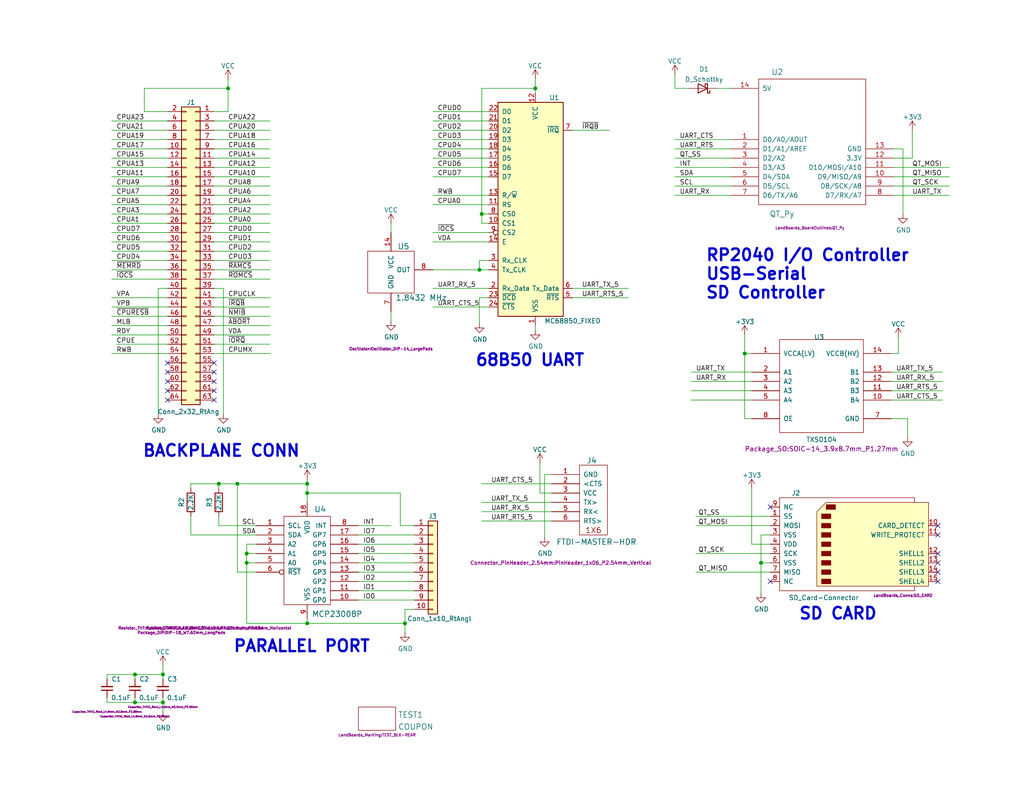
<source format=kicad_sch>
(kicad_sch (version 20231120) (generator "eeschema") (generator_version "8.0")
  (paper "A")
  (title_block (title "LB-68B50-01") (date "2024-08-19") (rev "2") (company "Land Boards LLC"))
  (lib_symbols
    (symbol "Connector_Generic:Conn_01x10" (pin_names (offset 1.016) hide)
      (property "Reference" "J" (at 0 12.7 0))
      (property "Value" "Conn_01x10" (at 0 -15.24 0))
      (symbol "Conn_01x10_1_1"
        (rectangle (start -1.27 -12.573) (end 0 -12.827) (stroke (width 0.1524)))
        (rectangle (start -1.27 -10.033) (end 0 -10.287) (stroke (width 0.1524)))
        (rectangle (start -1.27 -7.493) (end 0 -7.747) (stroke (width 0.1524)))
        (rectangle (start -1.27 -4.953) (end 0 -5.207) (stroke (width 0.1524)))
        (rectangle (start -1.27 -2.413) (end 0 -2.667) (stroke (width 0.1524)))
        (rectangle (start -1.27 0.127) (end 0 -0.127) (stroke (width 0.1524)))
        (rectangle (start -1.27 2.667) (end 0 2.413) (stroke (width 0.1524)))
        (rectangle (start -1.27 5.207) (end 0 4.953) (stroke (width 0.1524)))
        (rectangle (start -1.27 7.747) (end 0 7.493) (stroke (width 0.1524)))
        (rectangle (start -1.27 10.287) (end 0 10.033) (stroke (width 0.1524)))
        (rectangle (start -1.27 11.43) (end 1.27 -13.97) (stroke (width 0.254)) (fill (type background)))
        (pin passive line (at -5.08 10.16 0) (length 3.81) (name "Pin_1") (number "1"))
        (pin passive line (at -5.08 -12.7 0) (length 3.81) (name "Pin_10") (number "10"))
        (pin passive line (at -5.08 7.62 0) (length 3.81) (name "Pin_2") (number "2"))
        (pin passive line (at -5.08 5.08 0) (length 3.81) (name "Pin_3") (number "3"))
        (pin passive line (at -5.08 2.54 0) (length 3.81) (name "Pin_4") (number "4"))
        (pin passive line (at -5.08 0 0) (length 3.81) (name "Pin_5") (number "5"))
        (pin passive line (at -5.08 -2.54 0) (length 3.81) (name "Pin_6") (number "6"))
        (pin passive line (at -5.08 -5.08 0) (length 3.81) (name "Pin_7") (number "7"))
        (pin passive line (at -5.08 -7.62 0) (length 3.81) (name "Pin_8") (number "8"))
        (pin passive line (at -5.08 -10.16 0) (length 3.81) (name "Pin_9") (number "9"))
      )
    )
    (symbol "Connector_Generic:Conn_02x32_Odd_Even" (pin_names (offset 1.016) hide)
      (property "Reference" "J" (at 1.27 40.64 0))
      (property "Value" "Conn_02x32_Odd_Even" (at 1.27 -43.18 0))
      (symbol "Conn_02x32_Odd_Even_1_1"
        (rectangle (start -1.27 -40.513) (end 0 -40.767) (stroke (width 0.1524)))
        (rectangle (start -1.27 -37.973) (end 0 -38.227) (stroke (width 0.1524)))
        (rectangle (start -1.27 -35.433) (end 0 -35.687) (stroke (width 0.1524)))
        (rectangle (start -1.27 -32.893) (end 0 -33.147) (stroke (width 0.1524)))
        (rectangle (start -1.27 -30.353) (end 0 -30.607) (stroke (width 0.1524)))
        (rectangle (start -1.27 -27.813) (end 0 -28.067) (stroke (width 0.1524)))
        (rectangle (start -1.27 -25.273) (end 0 -25.527) (stroke (width 0.1524)))
        (rectangle (start -1.27 -22.733) (end 0 -22.987) (stroke (width 0.1524)))
        (rectangle (start -1.27 -20.193) (end 0 -20.447) (stroke (width 0.1524)))
        (rectangle (start -1.27 -17.653) (end 0 -17.907) (stroke (width 0.1524)))
        (rectangle (start -1.27 -15.113) (end 0 -15.367) (stroke (width 0.1524)))
        (rectangle (start -1.27 -12.573) (end 0 -12.827) (stroke (width 0.1524)))
        (rectangle (start -1.27 -10.033) (end 0 -10.287) (stroke (width 0.1524)))
        (rectangle (start -1.27 -7.493) (end 0 -7.747) (stroke (width 0.1524)))
        (rectangle (start -1.27 -4.953) (end 0 -5.207) (stroke (width 0.1524)))
        (rectangle (start -1.27 -2.413) (end 0 -2.667) (stroke (width 0.1524)))
        (rectangle (start -1.27 0.127) (end 0 -0.127) (stroke (width 0.1524)))
        (rectangle (start -1.27 2.667) (end 0 2.413) (stroke (width 0.1524)))
        (rectangle (start -1.27 5.207) (end 0 4.953) (stroke (width 0.1524)))
        (rectangle (start -1.27 7.747) (end 0 7.493) (stroke (width 0.1524)))
        (rectangle (start -1.27 10.287) (end 0 10.033) (stroke (width 0.1524)))
        (rectangle (start -1.27 12.827) (end 0 12.573) (stroke (width 0.1524)))
        (rectangle (start -1.27 15.367) (end 0 15.113) (stroke (width 0.1524)))
        (rectangle (start -1.27 17.907) (end 0 17.653) (stroke (width 0.1524)))
        (rectangle (start -1.27 20.447) (end 0 20.193) (stroke (width 0.1524)))
        (rectangle (start -1.27 22.987) (end 0 22.733) (stroke (width 0.1524)))
        (rectangle (start -1.27 25.527) (end 0 25.273) (stroke (width 0.1524)))
        (rectangle (start -1.27 28.067) (end 0 27.813) (stroke (width 0.1524)))
        (rectangle (start -1.27 30.607) (end 0 30.353) (stroke (width 0.1524)))
        (rectangle (start -1.27 33.147) (end 0 32.893) (stroke (width 0.1524)))
        (rectangle (start -1.27 35.687) (end 0 35.433) (stroke (width 0.1524)))
        (rectangle (start -1.27 38.227) (end 0 37.973) (stroke (width 0.1524)))
        (rectangle (start -1.27 39.37) (end 3.81 -41.91) (stroke (width 0.254)) (fill (type background)))
        (rectangle (start 3.81 -40.513) (end 2.54 -40.767) (stroke (width 0.1524)))
        (rectangle (start 3.81 -37.973) (end 2.54 -38.227) (stroke (width 0.1524)))
        (rectangle (start 3.81 -35.433) (end 2.54 -35.687) (stroke (width 0.1524)))
        (rectangle (start 3.81 -32.893) (end 2.54 -33.147) (stroke (width 0.1524)))
        (rectangle (start 3.81 -30.353) (end 2.54 -30.607) (stroke (width 0.1524)))
        (rectangle (start 3.81 -27.813) (end 2.54 -28.067) (stroke (width 0.1524)))
        (rectangle (start 3.81 -25.273) (end 2.54 -25.527) (stroke (width 0.1524)))
        (rectangle (start 3.81 -22.733) (end 2.54 -22.987) (stroke (width 0.1524)))
        (rectangle (start 3.81 -20.193) (end 2.54 -20.447) (stroke (width 0.1524)))
        (rectangle (start 3.81 -17.653) (end 2.54 -17.907) (stroke (width 0.1524)))
        (rectangle (start 3.81 -15.113) (end 2.54 -15.367) (stroke (width 0.1524)))
        (rectangle (start 3.81 -12.573) (end 2.54 -12.827) (stroke (width 0.1524)))
        (rectangle (start 3.81 -10.033) (end 2.54 -10.287) (stroke (width 0.1524)))
        (rectangle (start 3.81 -7.493) (end 2.54 -7.747) (stroke (width 0.1524)))
        (rectangle (start 3.81 -4.953) (end 2.54 -5.207) (stroke (width 0.1524)))
        (rectangle (start 3.81 -2.413) (end 2.54 -2.667) (stroke (width 0.1524)))
        (rectangle (start 3.81 0.127) (end 2.54 -0.127) (stroke (width 0.1524)))
        (rectangle (start 3.81 2.667) (end 2.54 2.413) (stroke (width 0.1524)))
        (rectangle (start 3.81 5.207) (end 2.54 4.953) (stroke (width 0.1524)))
        (rectangle (start 3.81 7.747) (end 2.54 7.493) (stroke (width 0.1524)))
        (rectangle (start 3.81 10.287) (end 2.54 10.033) (stroke (width 0.1524)))
        (rectangle (start 3.81 12.827) (end 2.54 12.573) (stroke (width 0.1524)))
        (rectangle (start 3.81 15.367) (end 2.54 15.113) (stroke (width 0.1524)))
        (rectangle (start 3.81 17.907) (end 2.54 17.653) (stroke (width 0.1524)))
        (rectangle (start 3.81 20.447) (end 2.54 20.193) (stroke (width 0.1524)))
        (rectangle (start 3.81 22.987) (end 2.54 22.733) (stroke (width 0.1524)))
        (rectangle (start 3.81 25.527) (end 2.54 25.273) (stroke (width 0.1524)))
        (rectangle (start 3.81 28.067) (end 2.54 27.813) (stroke (width 0.1524)))
        (rectangle (start 3.81 30.607) (end 2.54 30.353) (stroke (width 0.1524)))
        (rectangle (start 3.81 33.147) (end 2.54 32.893) (stroke (width 0.1524)))
        (rectangle (start 3.81 35.687) (end 2.54 35.433) (stroke (width 0.1524)))
        (rectangle (start 3.81 38.227) (end 2.54 37.973) (stroke (width 0.1524)))
        (pin passive line (at -5.08 38.1 0) (length 3.81) (name "Pin_1") (number "1"))
        (pin passive line (at 7.62 27.94 180) (length 3.81) (name "Pin_10") (number "10"))
        (pin passive line (at -5.08 25.4 0) (length 3.81) (name "Pin_11") (number "11"))
        (pin passive line (at 7.62 25.4 180) (length 3.81) (name "Pin_12") (number "12"))
        (pin passive line (at -5.08 22.86 0) (length 3.81) (name "Pin_13") (number "13"))
        (pin passive line (at 7.62 22.86 180) (length 3.81) (name "Pin_14") (number "14"))
        (pin passive line (at -5.08 20.32 0) (length 3.81) (name "Pin_15") (number "15"))
        (pin passive line (at 7.62 20.32 180) (length 3.81) (name "Pin_16") (number "16"))
        (pin passive line (at -5.08 17.78 0) (length 3.81) (name "Pin_17") (number "17"))
        (pin passive line (at 7.62 17.78 180) (length 3.81) (name "Pin_18") (number "18"))
        (pin passive line (at -5.08 15.24 0) (length 3.81) (name "Pin_19") (number "19"))
        (pin passive line (at 7.62 38.1 180) (length 3.81) (name "Pin_2") (number "2"))
        (pin passive line (at 7.62 15.24 180) (length 3.81) (name "Pin_20") (number "20"))
        (pin passive line (at -5.08 12.7 0) (length 3.81) (name "Pin_21") (number "21"))
        (pin passive line (at 7.62 12.7 180) (length 3.81) (name "Pin_22") (number "22"))
        (pin passive line (at -5.08 10.16 0) (length 3.81) (name "Pin_23") (number "23"))
        (pin passive line (at 7.62 10.16 180) (length 3.81) (name "Pin_24") (number "24"))
        (pin passive line (at -5.08 7.62 0) (length 3.81) (name "Pin_25") (number "25"))
        (pin passive line (at 7.62 7.62 180) (length 3.81) (name "Pin_26") (number "26"))
        (pin passive line (at -5.08 5.08 0) (length 3.81) (name "Pin_27") (number "27"))
        (pin passive line (at 7.62 5.08 180) (length 3.81) (name "Pin_28") (number "28"))
        (pin passive line (at -5.08 2.54 0) (length 3.81) (name "Pin_29") (number "29"))
        (pin passive line (at -5.08 35.56 0) (length 3.81) (name "Pin_3") (number "3"))
        (pin passive line (at 7.62 2.54 180) (length 3.81) (name "Pin_30") (number "30"))
        (pin passive line (at -5.08 0 0) (length 3.81) (name "Pin_31") (number "31"))
        (pin passive line (at 7.62 0 180) (length 3.81) (name "Pin_32") (number "32"))
        (pin passive line (at -5.08 -2.54 0) (length 3.81) (name "Pin_33") (number "33"))
        (pin passive line (at 7.62 -2.54 180) (length 3.81) (name "Pin_34") (number "34"))
        (pin passive line (at -5.08 -5.08 0) (length 3.81) (name "Pin_35") (number "35"))
        (pin passive line (at 7.62 -5.08 180) (length 3.81) (name "Pin_36") (number "36"))
        (pin passive line (at -5.08 -7.62 0) (length 3.81) (name "Pin_37") (number "37"))
        (pin passive line (at 7.62 -7.62 180) (length 3.81) (name "Pin_38") (number "38"))
        (pin passive line (at -5.08 -10.16 0) (length 3.81) (name "Pin_39") (number "39"))
        (pin passive line (at 7.62 35.56 180) (length 3.81) (name "Pin_4") (number "4"))
        (pin passive line (at 7.62 -10.16 180) (length 3.81) (name "Pin_40") (number "40"))
        (pin passive line (at -5.08 -12.7 0) (length 3.81) (name "Pin_41") (number "41"))
        (pin passive line (at 7.62 -12.7 180) (length 3.81) (name "Pin_42") (number "42"))
        (pin passive line (at -5.08 -15.24 0) (length 3.81) (name "Pin_43") (number "43"))
        (pin passive line (at 7.62 -15.24 180) (length 3.81) (name "Pin_44") (number "44"))
        (pin passive line (at -5.08 -17.78 0) (length 3.81) (name "Pin_45") (number "45"))
        (pin passive line (at 7.62 -17.78 180) (length 3.81) (name "Pin_46") (number "46"))
        (pin passive line (at -5.08 -20.32 0) (length 3.81) (name "Pin_47") (number "47"))
        (pin passive line (at 7.62 -20.32 180) (length 3.81) (name "Pin_48") (number "48"))
        (pin passive line (at -5.08 -22.86 0) (length 3.81) (name "Pin_49") (number "49"))
        (pin passive line (at -5.08 33.02 0) (length 3.81) (name "Pin_5") (number "5"))
        (pin passive line (at 7.62 -22.86 180) (length 3.81) (name "Pin_50") (number "50"))
        (pin passive line (at -5.08 -25.4 0) (length 3.81) (name "Pin_51") (number "51"))
        (pin passive line (at 7.62 -25.4 180) (length 3.81) (name "Pin_52") (number "52"))
        (pin passive line (at -5.08 -27.94 0) (length 3.81) (name "Pin_53") (number "53"))
        (pin passive line (at 7.62 -27.94 180) (length 3.81) (name "Pin_54") (number "54"))
        (pin passive line (at -5.08 -30.48 0) (length 3.81) (name "Pin_55") (number "55"))
        (pin passive line (at 7.62 -30.48 180) (length 3.81) (name "Pin_56") (number "56"))
        (pin passive line (at -5.08 -33.02 0) (length 3.81) (name "Pin_57") (number "57"))
        (pin passive line (at 7.62 -33.02 180) (length 3.81) (name "Pin_58") (number "58"))
        (pin passive line (at -5.08 -35.56 0) (length 3.81) (name "Pin_59") (number "59"))
        (pin passive line (at 7.62 33.02 180) (length 3.81) (name "Pin_6") (number "6"))
        (pin passive line (at 7.62 -35.56 180) (length 3.81) (name "Pin_60") (number "60"))
        (pin passive line (at -5.08 -38.1 0) (length 3.81) (name "Pin_61") (number "61"))
        (pin passive line (at 7.62 -38.1 180) (length 3.81) (name "Pin_62") (number "62"))
        (pin passive line (at -5.08 -40.64 0) (length 3.81) (name "Pin_63") (number "63"))
        (pin passive line (at 7.62 -40.64 180) (length 3.81) (name "Pin_64") (number "64"))
        (pin passive line (at -5.08 30.48 0) (length 3.81) (name "Pin_7") (number "7"))
        (pin passive line (at 7.62 30.48 180) (length 3.81) (name "Pin_8") (number "8"))
        (pin passive line (at -5.08 27.94 0) (length 3.81) (name "Pin_9") (number "9"))
      )
    )
    (symbol "Device:C_Small" (pin_numbers hide) (pin_names (offset 0.254) hide)
      (property "Reference" "C" (at 0.254 1.778 0))
      (property "Value" "C_Small" (at 0.254 -2.032 0))
      (symbol "C_Small_0_1"
        (polyline (pts (xy -1.524 -0.508) (xy 1.524 -0.508)) (stroke (width 0.3302)))
        (polyline (pts (xy -1.524 0.508) (xy 1.524 0.508)) (stroke (width 0.3048)))
      )
      (symbol "C_Small_1_1"
        (pin passive line (at 0 2.54 270) (length 2.032) (name "~") (number "1"))
        (pin passive line (at 0 -2.54 90) (length 2.032) (name "~") (number "2"))
      )
    )
    (symbol "Device:D_Schottky" (pin_numbers hide) (pin_names (offset 1.016) hide)
      (property "Reference" "D" (at 0 2.54 0))
      (property "Value" "D_Schottky" (at 0 -2.54 0))
      (symbol "D_Schottky_0_1"
        (polyline (pts (xy 1.27 0) (xy -1.27 0)))
        (polyline (pts (xy 1.27 1.27) (xy 1.27 -1.27) (xy -1.27 0) (xy 1.27 1.27)) (stroke (width 0.254)))
        (polyline (pts (xy -1.905 0.635) (xy -1.905 1.27) (xy -1.27 1.27) (xy -1.27 -1.27) (xy -0.635 -1.27) (xy -0.635 -0.635)) (stroke (width 0.254)))
      )
      (symbol "D_Schottky_1_1"
        (pin passive line (at -3.81 0 0) (length 2.54) (name "K") (number "1"))
        (pin passive line (at 3.81 0 180) (length 2.54) (name "A") (number "2"))
      )
    )
    (symbol "Device:R" (pin_numbers hide) (pin_names (offset 0))
      (property "Reference" "R" (at 2.032 0 90))
      (property "Value" "R" (at 0 0 90))
      (symbol "R_0_1"
        (rectangle (start -1.016 -2.54) (end 1.016 2.54) (stroke (width 0.254)))
      )
      (symbol "R_1_1"
        (pin passive line (at 0 3.81 270) (length 1.27) (name "~") (number "1"))
        (pin passive line (at 0 -3.81 90) (length 1.27) (name "~") (number "2"))
      )
    )
    (symbol "LandBoards:COUPON" (pin_names (offset 1.016))
      (property "Reference" "COUP?" (at 0 0 0))
      (property "Value" "COUPON" (at 0 0 0))
      (symbol "COUPON_0_1"
        (rectangle (start -5.08 0) (end 5.08 6.35))
      )
    )
    (symbol "LandBoards_Cards:FTDI-MASTER-HDR" (pin_names (offset 1.016))
      (property "Reference" "BRD" (at 0 10.16 0))
      (property "Value" "FTDI-MASTER-HDR" (at 0 -11.43 0))
      (property "Footprint" "Connector_PinHeader_2.54mm:PinHeader_1x06_P2.54mm_Vertical" (at 0 -13.97 0))
      (symbol "FTDI-MASTER-HDR_0_0"
        (rectangle (start 3.81 -10.16) (end -3.81 8.89))
        (text "1X6" (at 0 -8.89 0) (effects (font (size 1.524 1.524))))
      )
      (symbol "FTDI-MASTER-HDR_1_1"
        (pin power_out line (at -11.43 6.35 0) (length 7.62) (name "GND") (number "1"))
        (pin input line (at -11.43 3.81 0) (length 7.62) (name "<CTS") (number "2"))
        (pin power_out line (at -11.43 1.27 0) (length 7.62) (name "VCC") (number "3"))
        (pin output line (at -11.43 -1.27 0) (length 7.62) (name "TX>") (number "4"))
        (pin input line (at -11.43 -3.81 0) (length 7.62) (name "RX<") (number "5"))
        (pin output line (at -11.43 -6.35 0) (length 7.62) (name "RTS>") (number "6"))
      )
    )
    (symbol "LandBoards_Cards:QT_Py" (pin_names (offset 1.016))
      (property "Reference" "BRD" (at 0 25.4 0))
      (property "Value" "QT_Py" (at 0 -11.43 0))
      (symbol "QT_Py_0_0"
        (rectangle (start -15.24 24.13) (end 13.97 -10.16))
      )
      (symbol "QT_Py_1_1"
        (pin bidirectional line (at -22.86 7.62 0) (length 7.62) (name "D0/A0/AOUT") (number "1"))
        (pin bidirectional line (at 21.59 -2.54 180) (length 7.62) (name "D9/MISO/A9") (number "10"))
        (pin bidirectional line (at 21.59 0 180) (length 7.62) (name "D10/MOSI/A10") (number "11"))
        (pin power_out line (at 21.59 2.54 180) (length 7.62) (name "3.3V") (number "12"))
        (pin power_in line (at 21.59 5.08 180) (length 7.62) (name "GND") (number "13"))
        (pin power_in line (at -22.86 21.59 0) (length 7.62) (name "5V") (number "14"))
        (pin bidirectional line (at -22.86 5.08 0) (length 7.62) (name "D1/A1/AREF") (number "2"))
        (pin bidirectional line (at -22.86 2.54 0) (length 7.62) (name "D2/A2") (number "3"))
        (pin bidirectional line (at -22.86 0 0) (length 7.62) (name "D3/A3") (number "4"))
        (pin bidirectional line (at -22.86 -2.54 0) (length 7.62) (name "D4/SDA") (number "5"))
        (pin bidirectional line (at -22.86 -5.08 0) (length 7.62) (name "D5/SCL") (number "6"))
        (pin bidirectional line (at -22.86 -7.62 0) (length 7.62) (name "D6/TX/A6") (number "7"))
        (pin bidirectional line (at 21.59 -7.62 180) (length 7.62) (name "D7/RX/A7") (number "8"))
        (pin bidirectional line (at 21.59 -5.08 180) (length 7.62) (name "D8/SCK/A8") (number "9"))
      )
    )
    (symbol "LandBoards_Conns:SD_Card-Connector" (pin_names (offset 1.016))
      (property "Reference" "J3" (at 0 13.97 0))
      (property "Value" "SD_Card-Connector" (at 0 -13.97 0))
      (property "Footprint" "LandBoards_Conns:SD_CARD" (at 0 -16.51 0))
      (symbol "SD_Card-Connector_0_1"
        (rectangle (start -8.89 -9.525) (end -6.35 -10.795) (fill (type outline)))
        (rectangle (start -8.89 -6.985) (end -6.35 -8.255) (fill (type outline)))
        (rectangle (start -8.89 -4.445) (end -6.35 -5.715) (fill (type outline)))
        (rectangle (start -8.89 -1.905) (end -6.35 -3.175) (fill (type outline)))
        (rectangle (start -8.89 0.635) (end -6.35 -0.635) (fill (type outline)))
        (rectangle (start -8.89 3.175) (end -6.35 1.905) (fill (type outline)))
        (rectangle (start -8.89 5.715) (end -6.35 4.445) (fill (type outline)))
        (rectangle (start -8.89 8.255) (end -6.35 6.985) (fill (type outline)))
        (rectangle (start -7.62 10.795) (end -5.08 9.525) (fill (type outline)))
        (polyline (pts (xy -10.16 8.89) (xy -7.62 11.43) (xy 20.32 11.43) (xy 20.32 -11.43) (xy -10.16 -11.43) (xy -10.16 8.89)) (fill (type background)))
        (polyline (pts (xy 16.51 11.43) (xy 16.51 12.7) (xy -20.32 12.7) (xy -20.32 -12.7) (xy 16.51 -12.7) (xy 16.51 -11.43)))
      )
      (symbol "SD_Card-Connector_1_1"
        (pin input line (at -22.86 7.62 0) (length 2.54) (name "SS") (number "1"))
        (pin input line (at 22.86 5.08 180) (length 2.54) (name "CARD_DETECT") (number "10"))
        (pin input line (at 22.86 2.54 180) (length 2.54) (name "WRITE_PROTECT") (number "11"))
        (pin input line (at 22.86 -2.54 180) (length 2.54) (name "SHELL1") (number "12"))
        (pin input line (at 22.86 -5.08 180) (length 2.54) (name "SHELL2") (number "13"))
        (pin input line (at 22.86 -7.62 180) (length 2.54) (name "SHELL3") (number "14"))
        (pin input line (at 22.86 -10.16 180) (length 2.54) (name "SHELL4") (number "15"))
        (pin input line (at -22.86 5.08 0) (length 2.54) (name "MOSI") (number "2"))
        (pin power_in line (at -22.86 2.54 0) (length 2.54) (name "VSS") (number "3"))
        (pin power_in line (at -22.86 0 0) (length 2.54) (name "VDD") (number "4"))
        (pin input line (at -22.86 -2.54 0) (length 2.54) (name "SCK") (number "5"))
        (pin power_in line (at -22.86 -5.08 0) (length 2.54) (name "VSS") (number "6"))
        (pin input line (at -22.86 -7.62 0) (length 2.54) (name "MISO") (number "7"))
        (pin input line (at -22.86 -10.16 0) (length 2.54) (name "NC") (number "8"))
        (pin input line (at -22.86 10.16 0) (length 2.54) (name "NC") (number "9"))
      )
    )
    (symbol "LandBoards_Semis:MC68B50_FIXED" (pin_names (offset 1.016))
      (property "Reference" "U" (at 5.08 31.75 0))
      (property "Value" "MC68B50_FIXED" (at 16.51 -30.48 0))
      (symbol "MC68B50_FIXED_1_1"
        (rectangle (start -10.16 -27.94) (end 7.62 30.48) (stroke (width 0.254)) (fill (type background)))
        (pin power_in line (at 0 -30.48 90) (length 2.54) (name "VSS") (number "1"))
        (pin input line (at -12.7 -2.54 0) (length 2.54) (name "CS1") (number "10"))
        (pin input line (at -12.7 2.54 0) (length 2.54) (name "RS") (number "11"))
        (pin power_in line (at 0 33.02 270) (length 2.54) (name "VCC") (number "12"))
        (pin input line (at -12.7 5.08 0) (length 2.54) (name "R/~{W}") (number "13"))
        (pin input line (at -12.7 -7.62 0) (length 2.54) (name "E") (number "14"))
        (pin bidirectional line (at -12.7 10.16 0) (length 2.54) (name "D7") (number "15"))
        (pin bidirectional line (at -12.7 12.7 0) (length 2.54) (name "D6") (number "16"))
        (pin bidirectional line (at -12.7 15.24 0) (length 2.54) (name "D5") (number "17"))
        (pin bidirectional line (at -12.7 17.78 0) (length 2.54) (name "D4") (number "18"))
        (pin bidirectional line (at -12.7 20.32 0) (length 2.54) (name "D3") (number "19"))
        (pin input line (at -12.7 -20.32 0) (length 2.54) (name "Rx_Data") (number "2"))
        (pin bidirectional line (at -12.7 22.86 0) (length 2.54) (name "D2") (number "20"))
        (pin bidirectional line (at -12.7 25.4 0) (length 2.54) (name "D1") (number "21"))
        (pin bidirectional line (at -12.7 27.94 0) (length 2.54) (name "D0") (number "22"))
        (pin input line (at -12.7 -22.86 0) (length 2.54) (name "~{DCD}") (number "23"))
        (pin input line (at -12.7 -25.4 0) (length 2.54) (name "~{CTS}") (number "24"))
        (pin input line (at -12.7 -12.7 0) (length 2.54) (name "Rx_CLK") (number "3"))
        (pin input line (at -12.7 -15.24 0) (length 2.54) (name "Tx_CLK") (number "4"))
        (pin output line (at 10.16 -22.86 180) (length 2.54) (name "~{RTS}") (number "5"))
        (pin output line (at 10.16 -20.32 180) (length 2.54) (name "Tx_Data") (number "6"))
        (pin output line (at 10.16 22.86 180) (length 2.54) (name "~{IRQ}") (number "7"))
        (pin input line (at -12.7 0 0) (length 2.54) (name "CS0") (number "8"))
        (pin input inverted (at -12.7 -5.08 0) (length 2.54) (name "CS2") (number "9"))
      )
    )
    (symbol "LandBoards_Semis:MCP23008P" (pin_names (offset 1.016))
      (property "Reference" "U" (at 7.62 25.4 0))
      (property "Value" "MCP23008P" (at 11.43 -1.27 0))
      (symbol "MCP23008P_0_1"
        (rectangle (start -7.62 0) (end 5.08 24.13))
      )
      (symbol "MCP23008P_1_1"
        (pin input line (at -15.24 21.59 0) (length 7.62) (name "SCL") (number "1"))
        (pin output line (at 12.7 1.27 180) (length 7.62) (name "GP0") (number "10"))
        (pin output line (at 12.7 3.81 180) (length 7.62) (name "GP1") (number "11"))
        (pin output line (at 12.7 6.35 180) (length 7.62) (name "GP2") (number "12"))
        (pin output line (at 12.7 8.89 180) (length 7.62) (name "GP3") (number "13"))
        (pin output line (at 12.7 11.43 180) (length 7.62) (name "GP4") (number "14"))
        (pin output line (at 12.7 13.97 180) (length 7.62) (name "GP5") (number "15"))
        (pin output line (at 12.7 16.51 180) (length 7.62) (name "GP6") (number "16"))
        (pin bidirectional line (at 12.7 19.05 180) (length 7.62) (name "GP7") (number "17"))
        (pin power_in line (at -1.27 27.94 270) (length 3.81) (name "VDD") (number "18"))
        (pin input line (at -15.24 19.05 0) (length 7.62) (name "SDA") (number "2"))
        (pin input line (at -15.24 16.51 0) (length 7.62) (name "A2") (number "3"))
        (pin input line (at -15.24 13.97 0) (length 7.62) (name "A1") (number "4"))
        (pin input line (at -15.24 11.43 0) (length 7.62) (name "A0") (number "5"))
        (pin input inverted (at -15.24 8.89 0) (length 7.62) (name "~{RST}") (number "6"))
        (pin output line (at 12.7 21.59 180) (length 7.62) (name "INT") (number "8"))
        (pin power_in line (at -1.27 -3.81 90) (length 3.81) (name "VSS") (number "9"))
      )
    )
    (symbol "LandBoards_Semis:OSC" (pin_names (offset 1.016))
      (property "Reference" "U" (at 3.81 6.35 0))
      (property "Value" "OSC" (at 5.08 -7.62 0))
      (symbol "OSC_0_1"
        (rectangle (start 6.35 -6.35) (end -6.35 5.08))
      )
      (symbol "OSC_1_1"
        (pin power_in line (at 0 10.16 270) (length 5.08) (name "VCC") (number "14"))
        (pin power_in line (at 0 -11.43 90) (length 5.08) (name "GND") (number "7"))
        (pin output line (at 11.43 0 180) (length 5.08) (name "OUT") (number "8"))
      )
    )
    (symbol "LandBoards_Semis:TXS0104" (pin_names (offset 1.016))
      (property "Reference" "U" (at -2.54 13.97 0))
      (property "Value" "TXS0104" (at -1.27 -13.97 0))
      (symbol "TXS0104_1_0"
        (rectangle (start -11.43 -12.7) (end 11.43 12.7))
      )
      (symbol "TXS0104_1_1"
        (pin passive line (at -19.05 8.89 0) (length 7.62) (name "VCCA(LV)") (number "1"))
        (pin bidirectional line (at 19.05 -3.81 180) (length 7.62) (name "B4") (number "10"))
        (pin bidirectional line (at 19.05 -1.27 180) (length 7.62) (name "B3") (number "11"))
        (pin bidirectional line (at 19.05 1.27 180) (length 7.62) (name "B2") (number "12"))
        (pin bidirectional line (at 19.05 3.81 180) (length 7.62) (name "B1") (number "13"))
        (pin passive line (at 19.05 8.89 180) (length 7.62) (name "VCCB(HV)") (number "14"))
        (pin bidirectional line (at -19.05 3.81 0) (length 7.62) (name "A1") (number "2"))
        (pin bidirectional line (at -19.05 1.27 0) (length 7.62) (name "A2") (number "3"))
        (pin bidirectional line (at -19.05 -1.27 0) (length 7.62) (name "A3") (number "4"))
        (pin bidirectional line (at -19.05 -3.81 0) (length 7.62) (name "A4") (number "5"))
        (pin passive line (at 19.05 -8.89 180) (length 7.62) (name "GND") (number "7"))
        (pin input line (at -19.05 -8.89 0) (length 7.62) (name "OE") (number "8"))
      )
    )
    (symbol "power:+3.3V" (power) (pin_names (offset 0))
      (property "Value" "+3.3V" (at 0 3.556 0))
      (symbol "+3.3V_0_1"
        (polyline (pts (xy -0.762 1.27) (xy 0 2.54)))
        (polyline (pts (xy 0 0) (xy 0 2.54)))
        (polyline (pts (xy 0 2.54) (xy 0.762 1.27)))
      )
      (symbol "+3.3V_1_1"
        (pin power_in line (at 0 0 90) (length 0) hide (name "+3V3") (number "1"))
      )
    )
    (symbol "power:GND" (power) (pin_names (offset 0))
      (property "Value" "GND" (at 0 -3.81 0))
      (symbol "GND_0_1"
        (polyline (pts (xy 0 0) (xy 0 -1.27) (xy 1.27 -1.27) (xy 0 -2.54) (xy -1.27 -1.27) (xy 0 -1.27)))
      )
      (symbol "GND_1_1"
        (pin power_in line (at 0 0 270) (length 0) hide (name "GND") (number "1"))
      )
    )
    (symbol "power:VCC" (power) (pin_names (offset 0))
      (property "Value" "VCC" (at 0 3.81 0))
      (symbol "VCC_0_1"
        (polyline (pts (xy -0.762 1.27) (xy 0 2.54)))
        (polyline (pts (xy 0 0) (xy 0 2.54)))
        (polyline (pts (xy 0 2.54) (xy 0.762 1.27)))
      )
      (symbol "VCC_1_1"
        (pin power_in line (at 0 0 90) (length 0) hide (name "VCC") (number "1"))
      )
    )
  )
  (junction (at 59.69 132.08))
  (junction (at 44.45 191.77))
  (junction (at 67.31 153.67))
  (junction (at 83.82 134.62))
  (junction (at 64.77 132.08))
  (junction (at 44.45 184.15))
  (junction (at 146.05 24.13))
  (junction (at 207.645 153.67))
  (junction (at 203.2 96.52))
  (junction (at 67.31 151.13))
  (junction (at 83.82 132.08))
  (junction (at 36.83 184.15))
  (junction (at 130.81 73.66))
  (junction (at 36.83 191.77))
  (junction (at 110.49 170.18))
  (junction (at 131.445 58.42))
  (junction (at 62.23 24.13))
  (junction (at 83.82 170.18))
  (no_connect (at 210.185 158.75))
  (no_connect (at 210.185 138.43))
  (no_connect (at 255.905 143.51))
  (no_connect (at 255.905 158.75))
  (no_connect (at 255.905 156.21))
  (no_connect (at 255.905 153.67))
  (no_connect (at 255.905 151.13))
  (no_connect (at 255.905 146.05))
  (no_connect (at 58.42 99.06))
  (no_connect (at 45.72 99.06))
  (no_connect (at 58.42 104.14))
  (no_connect (at 58.42 101.6))
  (no_connect (at 45.72 109.22))
  (no_connect (at 58.42 109.22))
  (no_connect (at 45.72 101.6))
  (no_connect (at 45.72 104.14))
  (no_connect (at 45.72 106.68))
  (no_connect (at 58.42 106.68))
  (wire (pts (xy 43.18 78.74) (xy 43.18 113.03)))
  (wire (pts (xy 69.85 146.05) (xy 52.07 146.05)))
  (wire (pts (xy 113.03 146.05) (xy 97.79 146.05)))
  (wire (pts (xy 30.48 86.36) (xy 45.72 86.36)))
  (wire (pts (xy 58.42 38.1) (xy 73.66 38.1)))
  (wire (pts (xy 30.48 63.5) (xy 45.72 63.5)))
  (wire (pts (xy 210.185 146.05) (xy 207.645 146.05)))
  (wire (pts (xy 44.45 185.42) (xy 44.45 184.15)))
  (wire (pts (xy 243.205 96.52) (xy 245.11 96.52)))
  (wire (pts (xy 58.42 40.64) (xy 73.66 40.64)))
  (wire (pts (xy 118.11 45.72) (xy 133.35 45.72)))
  (wire (pts (xy 130.81 71.12) (xy 133.35 71.12)))
  (wire (pts (xy 62.23 30.48) (xy 62.23 24.13)))
  (wire (pts (xy 195.58 24.13) (xy 199.39 24.13)))
  (wire (pts (xy 83.82 134.62) (xy 109.22 134.62)))
  (wire (pts (xy 58.42 55.88) (xy 73.66 55.88)))
  (wire (pts (xy 148.59 129.54) (xy 148.59 146.685)))
  (wire (pts (xy 62.23 24.13) (xy 39.37 24.13)))
  (wire (pts (xy 156.21 81.28) (xy 171.45 81.28)))
  (wire (pts (xy 67.31 151.13) (xy 67.31 153.67)))
  (wire (pts (xy 243.84 45.72) (xy 259.08 45.72)))
  (wire (pts (xy 44.45 190.5) (xy 44.45 191.77)))
  (wire (pts (xy 243.84 50.8) (xy 259.08 50.8)))
  (wire (pts (xy 207.645 153.67) (xy 207.645 161.925)))
  (wire (pts (xy 184.15 48.26) (xy 199.39 48.26)))
  (wire (pts (xy 58.42 60.96) (xy 73.66 60.96)))
  (wire (pts (xy 58.42 43.18) (xy 73.66 43.18)))
  (wire (pts (xy 243.205 104.14) (xy 257.175 104.14)))
  (wire (pts (xy 188.595 104.14) (xy 205.105 104.14)))
  (wire (pts (xy 43.18 78.74) (xy 45.72 78.74)))
  (wire (pts (xy 67.31 151.13) (xy 69.85 151.13)))
  (wire (pts (xy 30.48 50.8) (xy 45.72 50.8)))
  (wire (pts (xy 97.79 143.51) (xy 106.68 143.51)))
  (wire (pts (xy 58.42 30.48) (xy 62.23 30.48)))
  (wire (pts (xy 188.595 106.68) (xy 205.105 106.68)))
  (wire (pts (xy 113.03 156.21) (xy 97.79 156.21)))
  (wire (pts (xy 184.15 38.1) (xy 199.39 38.1)))
  (wire (pts (xy 189.865 143.51) (xy 210.185 143.51)))
  (wire (pts (xy 184.15 20.32) (xy 184.15 24.13)))
  (wire (pts (xy 131.445 60.96) (xy 131.445 58.42)))
  (wire (pts (xy 130.81 73.66) (xy 130.81 71.12)))
  (wire (pts (xy 118.11 63.5) (xy 133.35 63.5)))
  (wire (pts (xy 30.48 66.04) (xy 45.72 66.04)))
  (wire (pts (xy 30.48 48.26) (xy 45.72 48.26)))
  (wire (pts (xy 83.82 134.62) (xy 83.82 137.16)))
  (wire (pts (xy 36.83 190.5) (xy 36.83 191.77)))
  (wire (pts (xy 69.85 148.59) (xy 67.31 148.59)))
  (wire (pts (xy 207.645 153.67) (xy 210.185 153.67)))
  (wire (pts (xy 58.42 88.9) (xy 73.66 88.9)))
  (wire (pts (xy 205.105 148.59) (xy 210.185 148.59)))
  (wire (pts (xy 184.15 50.8) (xy 199.39 50.8)))
  (wire (pts (xy 30.48 60.96) (xy 45.72 60.96)))
  (wire (pts (xy 146.05 24.13) (xy 146.05 25.4)))
  (wire (pts (xy 30.48 40.64) (xy 45.72 40.64)))
  (wire (pts (xy 58.42 91.44) (xy 73.66 91.44)))
  (wire (pts (xy 58.42 48.26) (xy 73.66 48.26)))
  (wire (pts (xy 62.23 24.13) (xy 62.23 21.59)))
  (wire (pts (xy 39.37 30.48) (xy 45.72 30.48)))
  (wire (pts (xy 58.42 66.04) (xy 73.66 66.04)))
  (wire (pts (xy 131.445 58.42) (xy 133.35 58.42)))
  (wire (pts (xy 189.865 151.13) (xy 210.185 151.13)))
  (wire (pts (xy 150.495 129.54) (xy 148.59 129.54)))
  (wire (pts (xy 118.11 66.04) (xy 133.35 66.04)))
  (wire (pts (xy 58.42 63.5) (xy 73.66 63.5)))
  (wire (pts (xy 30.48 53.34) (xy 45.72 53.34)))
  (wire (pts (xy 106.68 60.96) (xy 106.68 63.5)))
  (wire (pts (xy 203.2 114.3) (xy 203.2 96.52)))
  (wire (pts (xy 147.32 126.365) (xy 147.32 134.62)))
  (wire (pts (xy 83.82 170.18) (xy 83.82 168.91)))
  (wire (pts (xy 113.03 158.75) (xy 97.79 158.75)))
  (wire (pts (xy 29.21 184.15) (xy 36.83 184.15)))
  (wire (pts (xy 131.445 132.08) (xy 150.495 132.08)))
  (wire (pts (xy 64.77 132.08) (xy 83.82 132.08)))
  (wire (pts (xy 188.595 109.22) (xy 205.105 109.22)))
  (wire (pts (xy 58.42 73.66) (xy 73.66 73.66)))
  (wire (pts (xy 205.105 133.35) (xy 205.105 148.59)))
  (wire (pts (xy 131.445 137.16) (xy 150.495 137.16)))
  (wire (pts (xy 248.92 43.18) (xy 248.92 35.56)))
  (wire (pts (xy 58.42 33.02) (xy 73.66 33.02)))
  (wire (pts (xy 131.445 58.42) (xy 131.445 24.13)))
  (wire (pts (xy 187.96 24.13) (xy 184.15 24.13)))
  (wire (pts (xy 207.645 146.05) (xy 207.645 153.67)))
  (wire (pts (xy 58.42 53.34) (xy 73.66 53.34)))
  (wire (pts (xy 60.96 78.74) (xy 60.96 113.03)))
  (wire (pts (xy 113.03 153.67) (xy 97.79 153.67)))
  (wire (pts (xy 243.84 43.18) (xy 248.92 43.18)))
  (wire (pts (xy 156.21 35.56) (xy 166.37 35.56)))
  (wire (pts (xy 67.31 148.59) (xy 67.31 151.13)))
  (wire (pts (xy 30.48 35.56) (xy 45.72 35.56)))
  (wire (pts (xy 69.85 156.21) (xy 64.77 156.21)))
  (wire (pts (xy 110.49 166.37) (xy 113.03 166.37)))
  (wire (pts (xy 30.48 58.42) (xy 45.72 58.42)))
  (wire (pts (xy 118.11 43.18) (xy 133.35 43.18)))
  (wire (pts (xy 150.495 134.62) (xy 147.32 134.62)))
  (wire (pts (xy 118.11 35.56) (xy 133.35 35.56)))
  (wire (pts (xy 30.48 68.58) (xy 45.72 68.58)))
  (wire (pts (xy 110.49 170.18) (xy 110.49 166.37)))
  (wire (pts (xy 118.11 33.02) (xy 133.35 33.02)))
  (wire (pts (xy 184.15 43.18) (xy 199.39 43.18)))
  (wire (pts (xy 58.42 78.74) (xy 60.96 78.74)))
  (wire (pts (xy 130.81 73.66) (xy 133.35 73.66)))
  (wire (pts (xy 118.11 55.88) (xy 133.35 55.88)))
  (wire (pts (xy 146.05 88.9) (xy 146.05 90.17)))
  (wire (pts (xy 31.75 93.98) (xy 45.72 93.98)))
  (wire (pts (xy 30.48 71.12) (xy 45.72 71.12)))
  (wire (pts (xy 118.11 53.34) (xy 133.35 53.34)))
  (wire (pts (xy 83.82 130.81) (xy 83.82 132.08)))
  (wire (pts (xy 58.42 45.72) (xy 73.66 45.72)))
  (wire (pts (xy 109.22 143.51) (xy 113.03 143.51)))
  (wire (pts (xy 133.35 60.96) (xy 131.445 60.96)))
  (wire (pts (xy 44.45 191.77) (xy 44.45 194.31)))
  (wire (pts (xy 113.03 163.83) (xy 97.79 163.83)))
  (wire (pts (xy 30.48 83.82) (xy 45.72 83.82)))
  (wire (pts (xy 243.84 53.34) (xy 259.08 53.34)))
  (wire (pts (xy 29.21 191.77) (xy 29.21 190.5)))
  (wire (pts (xy 246.38 40.64) (xy 246.38 58.42)))
  (wire (pts (xy 188.595 101.6) (xy 205.105 101.6)))
  (wire (pts (xy 205.105 114.3) (xy 203.2 114.3)))
  (wire (pts (xy 58.42 50.8) (xy 73.66 50.8)))
  (wire (pts (xy 36.83 185.42) (xy 36.83 184.15)))
  (wire (pts (xy 30.48 33.02) (xy 45.72 33.02)))
  (wire (pts (xy 245.11 92.075) (xy 245.11 96.52)))
  (wire (pts (xy 30.48 81.28) (xy 45.72 81.28)))
  (wire (pts (xy 30.48 38.1) (xy 45.72 38.1)))
  (wire (pts (xy 39.37 24.13) (xy 39.37 30.48)))
  (wire (pts (xy 110.49 170.18) (xy 110.49 172.72)))
  (wire (pts (xy 189.865 156.21) (xy 210.185 156.21)))
  (wire (pts (xy 131.445 142.24) (xy 150.495 142.24)))
  (wire (pts (xy 52.07 146.05) (xy 52.07 140.97)))
  (wire (pts (xy 58.42 86.36) (xy 73.66 86.36)))
  (wire (pts (xy 189.865 140.97) (xy 210.185 140.97)))
  (wire (pts (xy 67.31 153.67) (xy 69.85 153.67)))
  (wire (pts (xy 58.42 68.58) (xy 73.66 68.58)))
  (wire (pts (xy 243.205 106.68) (xy 257.175 106.68)))
  (wire (pts (xy 113.03 148.59) (xy 97.79 148.59)))
  (wire (pts (xy 131.445 24.13) (xy 146.05 24.13)))
  (wire (pts (xy 36.83 184.15) (xy 44.45 184.15)))
  (wire (pts (xy 52.07 133.35) (xy 52.07 132.08)))
  (wire (pts (xy 118.11 40.64) (xy 133.35 40.64)))
  (wire (pts (xy 156.21 78.74) (xy 171.45 78.74)))
  (wire (pts (xy 110.49 170.18) (xy 83.82 170.18)))
  (wire (pts (xy 36.83 191.77) (xy 29.21 191.77)))
  (wire (pts (xy 118.11 73.66) (xy 130.81 73.66)))
  (wire (pts (xy 243.205 109.22) (xy 257.175 109.22)))
  (wire (pts (xy 58.42 96.52) (xy 73.66 96.52)))
  (wire (pts (xy 58.42 83.82) (xy 73.66 83.82)))
  (wire (pts (xy 58.42 93.98) (xy 73.66 93.98)))
  (wire (pts (xy 30.48 91.44) (xy 45.72 91.44)))
  (wire (pts (xy 243.84 40.64) (xy 246.38 40.64)))
  (wire (pts (xy 106.68 87.63) (xy 106.68 85.09)))
  (wire (pts (xy 184.15 53.34) (xy 199.39 53.34)))
  (wire (pts (xy 58.42 81.28) (xy 73.66 81.28)))
  (wire (pts (xy 83.82 132.08) (xy 83.82 134.62)))
  (wire (pts (xy 146.05 21.59) (xy 146.05 24.13)))
  (wire (pts (xy 118.11 78.74) (xy 133.35 78.74)))
  (wire (pts (xy 243.205 114.3) (xy 247.65 114.3)))
  (wire (pts (xy 44.45 181.61) (xy 44.45 184.15)))
  (wire (pts (xy 243.84 48.26) (xy 259.08 48.26)))
  (wire (pts (xy 30.48 45.72) (xy 45.72 45.72)))
  (wire (pts (xy 52.07 132.08) (xy 59.69 132.08)))
  (wire (pts (xy 59.69 132.08) (xy 59.69 133.35)))
  (wire (pts (xy 58.42 76.2) (xy 73.66 76.2)))
  (wire (pts (xy 130.81 81.28) (xy 130.81 88.265)))
  (wire (pts (xy 184.15 45.72) (xy 199.39 45.72)))
  (wire (pts (xy 131.445 139.7) (xy 150.495 139.7)))
  (wire (pts (xy 58.42 58.42) (xy 73.66 58.42)))
  (wire (pts (xy 118.11 83.82) (xy 133.35 83.82)))
  (wire (pts (xy 118.11 48.26) (xy 133.35 48.26)))
  (wire (pts (xy 203.2 96.52) (xy 205.105 96.52)))
  (wire (pts (xy 69.85 143.51) (xy 59.69 143.51)))
  (wire (pts (xy 247.65 114.3) (xy 247.65 119.38)))
  (wire (pts (xy 30.48 76.2) (xy 45.72 76.2)))
  (wire (pts (xy 64.77 132.08) (xy 64.77 156.21)))
  (wire (pts (xy 30.48 96.52) (xy 45.72 96.52)))
  (wire (pts (xy 58.42 35.56) (xy 73.66 35.56)))
  (wire (pts (xy 44.45 191.77) (xy 36.83 191.77)))
  (wire (pts (xy 67.31 153.67) (xy 67.31 170.18)))
  (wire (pts (xy 30.48 88.9) (xy 45.72 88.9)))
  (wire (pts (xy 30.48 55.88) (xy 45.72 55.88)))
  (wire (pts (xy 30.48 73.66) (xy 45.72 73.66)))
  (wire (pts (xy 29.21 185.42) (xy 29.21 184.15)))
  (wire (pts (xy 113.03 161.29) (xy 97.79 161.29)))
  (wire (pts (xy 133.35 81.28) (xy 130.81 81.28)))
  (wire (pts (xy 67.31 170.18) (xy 83.82 170.18)))
  (wire (pts (xy 184.15 40.64) (xy 199.39 40.64)))
  (wire (pts (xy 109.22 134.62) (xy 109.22 143.51)))
  (wire (pts (xy 243.205 101.6) (xy 257.175 101.6)))
  (wire (pts (xy 59.69 143.51) (xy 59.69 140.97)))
  (wire (pts (xy 30.48 43.18) (xy 45.72 43.18)))
  (wire (pts (xy 113.03 151.13) (xy 97.79 151.13)))
  (wire (pts (xy 59.69 132.08) (xy 64.77 132.08)))
  (wire (pts (xy 118.11 38.1) (xy 133.35 38.1)))
  (wire (pts (xy 203.2 91.44) (xy 203.2 96.52)))
  (wire (pts (xy 58.42 71.12) (xy 73.66 71.12)))
  (wire (pts (xy 118.11 30.48) (xy 133.35 30.48)))
  (text "68B50 UART" (at 129.54 100.33 0) (effects (font (size 3.175 3.175) (thickness 0.635) (bold yes)) (justify left bottom)))
  (text "RP2040 I/O Controller\nUSB-Serial\nSD Controller" (at 192.405 81.915 0) (effects (font (size 3.175 3.175) (thickness 0.635) (bold yes)) (justify left bottom)))
  (text "SD CARD" (at 217.805 169.545 0) (effects (font (size 3.175 3.175) (thickness 0.635) (bold yes)) (justify left bottom)))
  (text "BACKPLANE CONN" (at 38.735 125.095 0) (effects (font (size 3.175 3.175) (thickness 0.635) (bold yes)) (justify left bottom)))
  (text "PARALLEL PORT" (at 63.5 178.435 0) (effects (font (size 3.175 3.175) (thickness 0.635) (bold yes)) (justify left bottom)))
  (label "~{MEMRD}" (at 31.75 73.66 0))
  (label "CPUD6" (at 119.38 45.72 0))
  (label "CPUD3" (at 62.23 71.12 0))
  (label "CPUA22" (at 62.23 33.02 0))
  (label "CPUD0" (at 62.23 63.5 0))
  (label "UART_RX" (at 185.42 53.34 0))
  (label "INT" (at 99.06 143.51 0))
  (label "UART_TX_5" (at 158.75 78.74 0))
  (label "MLB" (at 31.75 88.9 0))
  (label "UART_TX_5" (at 133.985 137.16 0))
  (label "~{NMIB}" (at 62.23 86.36 0))
  (label "IO6" (at 99.06 148.59 0))
  (label "~{ABORT}" (at 62.23 88.9 0))
  (label "SDA" (at 66.04 146.05 0))
  (label "~{IORQ}" (at 62.23 93.98 0))
  (label "CPUA21" (at 31.75 35.56 0))
  (label "CPUA18" (at 62.23 38.1 0))
  (label "UART_RTS" (at 185.42 40.64 0))
  (label "QT_SS" (at 185.42 43.18 0))
  (label "QT_MISO" (at 190.5 156.21 0))
  (label "UART_RX_5" (at 119.38 78.74 0))
  (label "~{ROMCS}" (at 62.23 76.2 0))
  (label "CPUA0" (at 62.23 60.96 0))
  (label "~{CPURESB}" (at 31.75 86.36 0))
  (label "CPUA1" (at 31.75 60.96 0))
  (label "SCL" (at 66.04 143.51 0))
  (label "CPUA5" (at 31.75 55.88 0))
  (label "QT_SCK" (at 190.5 151.13 0))
  (label "CPUD7" (at 119.38 48.26 0))
  (label "CPUD3" (at 119.38 38.1 0))
  (label "INT" (at 185.42 45.72 0))
  (label "CPUD4" (at 119.38 40.64 0))
  (label "CPUD7" (at 31.75 63.5 0))
  (label "CPUA4" (at 62.23 55.88 0))
  (label "CPUA10" (at 62.23 48.26 0))
  (label "CPUA6" (at 62.23 53.34 0))
  (label "QT_MOSI" (at 248.92 45.72 0))
  (label "UART_RX_5" (at 244.475 104.14 0))
  (label "IO5" (at 99.06 151.13 0))
  (label "CPUA11" (at 31.75 48.26 0))
  (label "UART_RTS_5" (at 244.475 106.68 0))
  (label "~{RAMCS}" (at 62.23 73.66 0))
  (label "CPUA12" (at 62.23 45.72 0))
  (label "UART_RX" (at 189.865 104.14 0))
  (label "UART_TX" (at 248.92 53.34 0))
  (label "CPUD1" (at 62.23 66.04 0))
  (label "VDA" (at 62.23 91.44 0))
  (label "UART_TX" (at 189.865 101.6 0))
  (label "UART_CTS" (at 185.42 38.1 0))
  (label "CPUE" (at 31.75 93.98 0))
  (label "CPUA9" (at 31.75 50.8 0))
  (label "QT_MISO" (at 248.92 48.26 0))
  (label "CPUD5" (at 31.75 68.58 0))
  (label "SCL" (at 185.42 50.8 0))
  (label "CPUD6" (at 31.75 66.04 0))
  (label "IO0" (at 99.06 163.83 0))
  (label "RWB" (at 119.38 53.34 0))
  (label "UART_RX_5" (at 133.985 139.7 0))
  (label "CPUA7" (at 31.75 53.34 0))
  (label "CPUA19" (at 31.75 38.1 0))
  (label "VPB" (at 31.75 83.82 0))
  (label "UART_TX_5" (at 244.475 101.6 0))
  (label "CPUMX" (at 62.23 96.52 0))
  (label "UART_CTS_5" (at 119.38 83.82 0))
  (label "VPA" (at 31.75 81.28 0))
  (label "CPUD4" (at 31.75 71.12 0))
  (label "IO4" (at 99.06 153.67 0))
  (label "SDA" (at 185.42 48.26 0))
  (label "CPUA17" (at 31.75 40.64 0))
  (label "CPUA13" (at 31.75 45.72 0))
  (label "IO7" (at 99.06 146.05 0))
  (label "IO2" (at 99.06 158.75 0))
  (label "CPUD2" (at 119.38 35.56 0))
  (label "UART_RTS_5" (at 158.75 81.28 0))
  (label "CPUCLK" (at 62.23 81.28 0))
  (label "UART_RTS_5" (at 133.985 142.24 0))
  (label "CPUA20" (at 62.23 35.56 0))
  (label "CPUA2" (at 62.23 58.42 0))
  (label "~{IRQB}" (at 158.75 35.56 0))
  (label "RDY" (at 31.75 91.44 0))
  (label "RWB" (at 31.75 96.52 0))
  (label "~{IOCS}" (at 31.75 76.2 0))
  (label "CPUD2" (at 62.23 68.58 0))
  (label "QT_SCK" (at 248.92 50.8 0))
  (label "QT_SS" (at 190.5 140.97 0))
  (label "CPUA23" (at 31.75 33.02 0))
  (label "CPUD0" (at 119.38 30.48 0))
  (label "IO3" (at 99.06 156.21 0))
  (label "UART_CTS_5" (at 244.475 109.22 0))
  (label "CPUD1" (at 119.38 33.02 0))
  (label "CPUD5" (at 119.38 43.18 0))
  (label "CPUA14" (at 62.23 43.18 0))
  (label "VDA" (at 119.38 66.04 0))
  (label "CPUA8" (at 62.23 50.8 0))
  (label "~{IRQB}" (at 62.23 83.82 0))
  (label "CPUA16" (at 62.23 40.64 0))
  (label "CPUA3" (at 31.75 58.42 0))
  (label "UART_CTS_5" (at 133.985 132.08 0))
  (label "IO1" (at 99.06 161.29 0))
  (label "CPUA0" (at 119.38 55.88 0))
  (label "CPUA15" (at 31.75 43.18 0))
  (label "~{IOCS}" (at 119.38 63.5 0))
  (label "QT_MOSI" (at 190.5 143.51 0))
  (symbol (lib_id "power:GND") (at 146.05 90.17 0) (unit 1)
    (property "Reference" "#PWR0101" (effects (hide yes)))
    (property "Value" "GND" (at 146.177 94.5642 0))
  )
  (symbol (lib_id "power:+3.3V") (at 203.2 91.44 0) (unit 1)
    (property "Reference" "#PWR02" (effects (hide yes)))
    (property "Value" "+3V3" (at 203.2 87.8355 0))
  )
  (symbol (lib_id "LandBoards_Semis:MCP23008P") (at 85.09 165.1 0) (unit 1)
    (property "Reference" "U4" (at 85.725 139.065 0) (effects (font (size 1.524 1.524)) (justify left)))
    (property "Value" "MCP23008P" (at 85.09 167.64 0) (effects (font (size 1.524 1.524)) (justify left)))
    (property "Footprint" "Package_DIP:DIP-18_W7.62mm_LongPads" (at 37.465 172.72 0) (effects (font (size 0.762 0.762)) (justify left)))
  )
  (symbol (lib_id "LandBoards_Conns:SD_Card-Connector") (at 233.045 148.59 0) (unit 1)
    (property "Reference" "J2" (at 217.17 134.62 0))
    (property "Value" "SD_Card-Connector" (at 224.79 163.195 0))
    (property "Footprint" "LandBoards_Conns:SD_CARD" (at 246.38 162.56 0) (effects (font (size 0.762 0.762))))
    (property "Datasheet" "http://portal.fciconnect.com/Comergent//fci/drawing/10067847.pdf" (effects (hide yes)))
  )
  (symbol (lib_id "LandBoards_Semis:TXS0104") (at 224.155 105.41 0) (unit 1)
    (property "Reference" "U3" (at 223.52 92.075 0))
    (property "Value" "TXS0104" (at 224.155 120.015 0))
    (property "Footprint" "Package_SO:SOIC-14_3.9x8.7mm_P1.27mm" (at 224.155 122.555 0))
    (property "Datasheet" "DOCUMENTATION" (effects (hide yes)))
  )
  (symbol (lib_id "LandBoards_Cards:QT_Py") (at 222.25 45.72 0) (unit 1)
    (property "Reference" "U2" (at 212.09 19.685 0) (effects (font (size 1.524 1.524))))
    (property "Value" "QT_Py" (at 213.36 58.42 0) (effects (font (size 1.524 1.524))))
    (property "Footprint" "LandBoards_BoardOutlines:QT_Py" (at 220.98 62.23 0) (effects (font (size 0.762 0.762))))
  )
  (symbol (lib_id "Device:C_Small") (at 36.83 187.96 180) (unit 1)
    (property "Reference" "C2" (at 39.37 185.42 0))
    (property "Value" "0.1uF" (at 40.64 190.5 0))
    (property "Footprint" "Capacitor_THT:C_Rect_L4.0mm_W2.5mm_P2.50mm" (at 36.83 195.58 0) (effects (font (size 0.508 0.508))))
  )
  (symbol (lib_id "power:GND") (at 44.45 194.31 0) (unit 1)
    (property "Reference" "#PWR0106" (effects (hide yes)))
    (property "Value" "GND" (at 44.577 198.7042 0))
  )
  (symbol (lib_id "power:VCC") (at 184.15 20.32 0) (unit 1)
    (property "Reference" "#PWR0109" (effects (hide yes)))
    (property "Value" "VCC" (at 184.15 16.7155 0))
  )
  (symbol (lib_id "power:GND") (at 60.96 113.03 0) (unit 1)
    (property "Reference" "#PWR0102" (effects (hide yes)))
    (property "Value" "GND" (at 61.087 117.4242 0))
  )
  (symbol (lib_id "power:GND") (at 110.49 172.72 0) (unit 1)
    (property "Reference" "#PWR0116" (effects (hide yes)))
    (property "Value" "GND" (at 110.617 177.1142 0))
  )
  (symbol (lib_id "power:+3.3V") (at 205.105 133.35 0) (unit 1)
    (property "Reference" "#PWR0112" (effects (hide yes)))
    (property "Value" "+3V3" (at 205.105 129.7455 0))
  )
  (symbol (lib_id "power:VCC") (at 146.05 21.59 0) (unit 1)
    (property "Reference" "#PWR0103" (effects (hide yes)))
    (property "Value" "VCC" (at 146.05 17.9855 0))
  )
  (symbol (lib_id "power:GND") (at 130.81 88.265 0) (unit 1)
    (property "Reference" "#PWR0108" (effects (hide yes)))
    (property "Value" "GND" (at 130.937 92.6592 0))
  )
  (symbol (lib_id "LandBoards_Cards:FTDI-MASTER-HDR") (at 161.925 135.89 0) (unit 1)
    (property "Reference" "J4" (at 160.02 125.73 0) (effects (font (size 1.524 1.524)) (justify left)))
    (property "Value" "FTDI-MASTER-HDR" (at 151.765 147.955 0) (effects (font (size 1.524 1.524)) (justify left)))
    (property "Footprint" "Connector_PinHeader_2.54mm:PinHeader_1x06_P2.54mm_Vertical" (at 128.27 153.67 0) (effects (font (size 1 1)) (justify left)))
  )
  (symbol (lib_id "Device:C_Small") (at 44.45 187.96 180) (unit 1)
    (property "Reference" "C3" (at 46.99 185.42 0))
    (property "Value" "0.1uF" (at 48.26 190.5 0))
    (property "Footprint" "Capacitor_THT:C_Rect_L4.0mm_W2.5mm_P2.50mm" (at 44.45 193.04 0) (effects (font (size 0.508 0.508))))
  )
  (symbol (lib_id "power:+3.3V") (at 83.82 130.81 0) (unit 1)
    (property "Reference" "#PWR0117" (effects (hide yes)))
    (property "Value" "+3V3" (at 83.82 127.2055 0))
  )
  (symbol (lib_id "power:GND") (at 207.645 161.925 0) (unit 1)
    (property "Reference" "#PWR0114" (effects (hide yes)))
    (property "Value" "GND" (at 207.772 166.3192 0))
  )
  (symbol (lib_id "Device:R") (at 59.69 137.16 0) (unit 1)
    (property "Reference" "R3" (at 57.15 137.16 90))
    (property "Value" "2.2K" (at 59.69 137.16 90))
    (property "Footprint" "Resistor_THT:R_Axial_DIN0204_L3.6mm_D1.6mm_P7.62mm_Horizontal" (at 59.69 171.45 0) (effects (font (size 0.762 0.762))))
    (property "Datasheet" "https://www.mouser.com/ProductDetail/Xicon/299-2.2K-RC?qs=QaPBMFBEHz3RDbXknTj%252ByA%3D%3D" (effects (hide yes)))
  )
  (symbol (lib_id "power:VCC") (at 106.68 60.96 0) (unit 1)
    (property "Reference" "#PWR0118" (effects (hide yes)))
    (property "Value" "VCC" (at 106.68 57.3555 0))
  )
  (symbol (lib_id "Device:D_Schottky") (at 191.77 24.13 180) (unit 1)
    (property "Reference" "D1" (at 192.0875 18.8935 0))
    (property "Value" "D_Schottky" (at 192.0875 21.6686 0))
    (property "Footprint" "Diode_THT:D_DO-35_SOD27_P10.16mm_Horizontal" (effects (hide yes)))
  )
  (symbol (lib_id "power:GND") (at 148.59 146.685 0) (unit 1)
    (property "Reference" "#PWR05" (effects (hide yes)))
    (property "Value" "GND" (at 148.717 151.0792 0))
  )
  (symbol (lib_id "power:VCC") (at 44.45 181.61 0) (unit 1)
    (property "Reference" "#PWR0107" (effects (hide yes)))
    (property "Value" "VCC" (at 44.45 178.0055 0))
  )
  (symbol (lib_id "Device:C_Small") (at 29.21 187.96 180) (unit 1)
    (property "Reference" "C1" (at 31.75 185.42 0))
    (property "Value" "0.1uF" (at 33.02 190.5 0))
    (property "Footprint" "Capacitor_THT:C_Rect_L4.0mm_W2.5mm_P2.50mm" (at 29.21 194.31 0) (effects (font (size 0.508 0.508))))
  )
  (symbol (lib_id "LandBoards:COUPON") (at 102.87 199.39 0) (unit 1)
    (property "Reference" "TEST1" (at 108.585 195.1503 0) (effects (font (size 1.524 1.524)) (justify left)))
    (property "Value" "COUPON" (at 108.585 198.4293 0) (effects (font (size 1.524 1.524)) (justify left)))
    (property "Footprint" "LandBoards_Marking:TEST_BLK-REAR" (at 102.87 200.66 0) (effects (font (size 0.762 0.762))))
  )
  (symbol (lib_id "power:GND") (at 246.38 58.42 0) (unit 1)
    (property "Reference" "#PWR0111" (effects (hide yes)))
    (property "Value" "GND" (at 246.507 62.8142 0))
  )
  (symbol (lib_id "Connector_Generic:Conn_02x32_Odd_Even") (at 53.34 68.58 0) (mirror y) (unit 1)
    (property "Reference" "J1" (at 52.07 27.94 0))
    (property "Value" "Conn_2x32_RtAng" (at 51.435 112.395 0))
    (property "Footprint" "LandBoards_Conns:PinHeader_2x32_P2.54mm_Horizontal-FLIPPED" (effects (hide yes)))
  )
  (symbol (lib_id "LandBoards_Semis:MC68B50_FIXED") (at 146.05 58.42 0) (unit 1)
    (property "Reference" "U1" (at 149.86 26.67 0) (effects (justify left)))
    (property "Value" "MC68B50_FIXED" (at 148.59 87.63 0) (effects (justify left)))
    (property "Footprint" "Package_DIP:DIP-24_W15.24mm_LongPads" (effects (hide yes)))
    (property "Datasheet" "https://www.jameco.com/Jameco/Products/ProdDS/43633.pdf" (effects (hide yes)))
  )
  (symbol (lib_id "power:GND") (at 106.68 87.63 0) (unit 1)
    (property "Reference" "#PWR0119" (effects (hide yes)))
    (property "Value" "GND" (at 106.807 92.0242 0))
  )
  (symbol (lib_id "Device:R") (at 52.07 137.16 0) (unit 1)
    (property "Reference" "R2" (at 49.53 137.16 90))
    (property "Value" "2.2K" (at 52.07 137.16 90))
    (property "Footprint" "Resistor_THT:R_Axial_DIN0204_L3.6mm_D1.6mm_P7.62mm_Horizontal" (at 52.07 171.45 0) (effects (font (size 0.762 0.762))))
    (property "Datasheet" "https://www.mouser.com/ProductDetail/Xicon/299-2.2K-RC?qs=QaPBMFBEHz3RDbXknTj%252ByA%3D%3D" (effects (hide yes)))
  )
  (symbol (lib_id "power:VCC") (at 245.11 92.075 0) (unit 1)
    (property "Reference" "#PWR01" (effects (hide yes)))
    (property "Value" "VCC" (at 245.11 88.4705 0))
  )
  (symbol (lib_id "power:GND") (at 43.18 113.03 0) (unit 1)
    (property "Reference" "#PWR0105" (effects (hide yes)))
    (property "Value" "GND" (at 43.307 117.4242 0))
  )
  (symbol (lib_id "Connector_Generic:Conn_01x10") (at 118.11 153.67 0) (unit 1)
    (property "Reference" "J3" (at 116.84 140.97 0) (effects (justify left)))
    (property "Value" "Conn_1x10_RtAngl" (at 111.125 168.91 0) (effects (justify left)))
    (property "Footprint" "Connector_PinHeader_2.54mm:PinHeader_1x10_P2.54mm_Horizontal" (effects (hide yes)))
  )
  (symbol (lib_id "power:VCC") (at 62.23 21.59 0) (unit 1)
    (property "Reference" "#PWR0104" (effects (hide yes)))
    (property "Value" "VCC" (at 62.23 17.9855 0))
  )
  (symbol (lib_id "power:GND") (at 247.65 119.38 0) (unit 1)
    (property "Reference" "#PWR03" (effects (hide yes)))
    (property "Value" "GND" (at 247.65 123.825 0))
  )
  (symbol (lib_id "power:+3.3V") (at 248.92 35.56 0) (unit 1)
    (property "Reference" "#PWR0110" (effects (hide yes)))
    (property "Value" "+3V3" (at 248.92 31.9555 0))
  )
  (symbol (lib_id "LandBoards_Semis:OSC") (at 106.68 73.66 0) (unit 1)
    (property "Reference" "U5" (at 111.76 67.31 0) (effects (font (size 1.524 1.524)) (justify right)))
    (property "Value" "1.8432 MHz" (at 121.92 81.28 0) (effects (font (size 1.524 1.524)) (justify right)))
    (property "Footprint" "Oscillator:Oscillator_DIP-14_LargePads" (at 118.11 95.25 0) (effects (font (size 0.762 0.762)) (justify right)))
  )
  (symbol (lib_id "power:VCC") (at 147.32 126.365 0) (unit 1)
    (property "Reference" "#PWR04" (effects (hide yes)))
    (property "Value" "VCC" (at 147.32 122.7605 0))
  )
)
</source>
